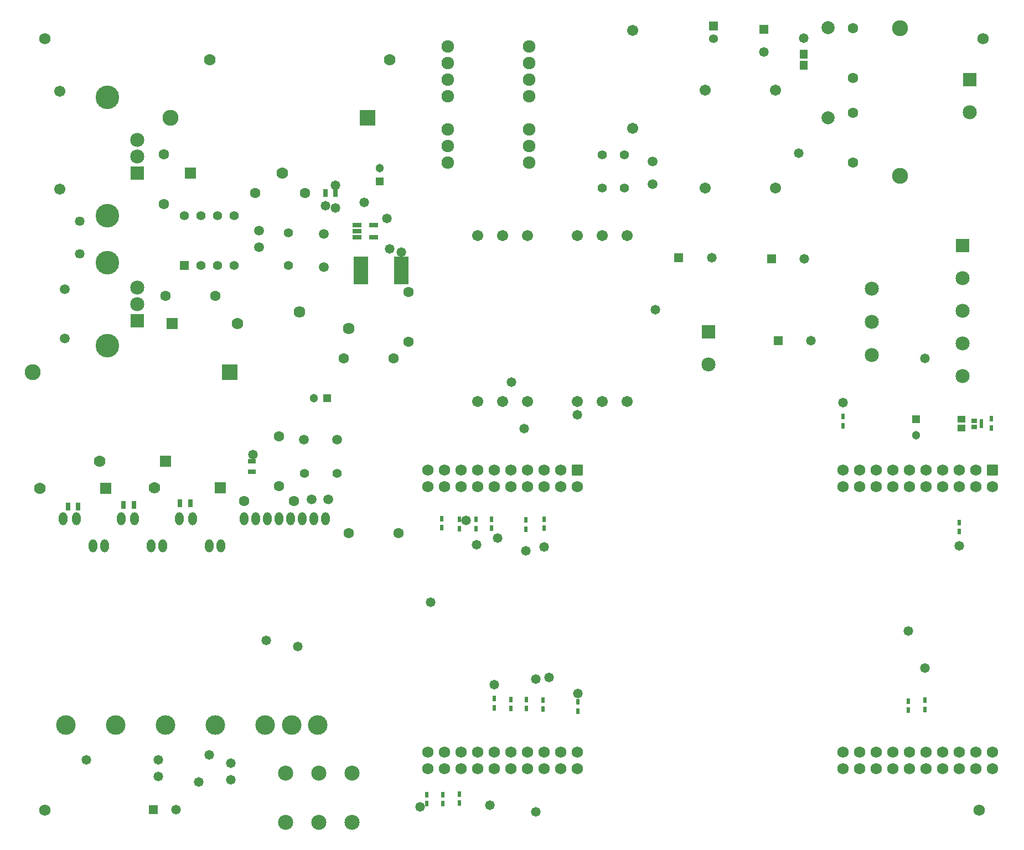
<source format=gts>
G04*
G04 #@! TF.GenerationSoftware,Altium Limited,Altium Designer,20.0.13 (296)*
G04*
G04 Layer_Color=8388736*
%FSLAX24Y24*%
%MOIN*%
G70*
G01*
G75*
%ADD25R,0.0293X0.0450*%
%ADD26R,0.0552X0.0316*%
%ADD27R,0.0513X0.0572*%
%ADD28R,0.0237X0.0367*%
%ADD29R,0.0450X0.0293*%
%ADD30R,0.0466X0.0387*%
%ADD31R,0.0245X0.0261*%
%ADD32R,0.0324X0.0316*%
%ADD33R,0.0907X0.1655*%
%ADD34C,0.0907*%
%ADD35C,0.0690*%
G04:AMPARAMS|DCode=36|XSize=69mil|YSize=69mil|CornerRadius=5.8mil|HoleSize=0mil|Usage=FLASHONLY|Rotation=180.000|XOffset=0mil|YOffset=0mil|HoleType=Round|Shape=RoundedRectangle|*
%AMROUNDEDRECTD36*
21,1,0.0690,0.0574,0,0,180.0*
21,1,0.0574,0.0690,0,0,180.0*
1,1,0.0117,-0.0287,0.0287*
1,1,0.0117,0.0287,0.0287*
1,1,0.0117,0.0287,-0.0287*
1,1,0.0117,-0.0287,-0.0287*
%
%ADD36ROUNDEDRECTD36*%
%ADD37C,0.0598*%
%ADD38C,0.0552*%
%ADD39C,0.1181*%
%ADD40O,0.0512X0.0787*%
%ADD41C,0.0848*%
%ADD42R,0.0848X0.0848*%
%ADD43C,0.0576*%
%ADD44C,0.0671*%
%ADD45C,0.0730*%
%ADD46C,0.1419*%
%ADD47C,0.0700*%
%ADD48C,0.0759*%
%ADD49C,0.0556*%
%ADD50C,0.0582*%
%ADD51R,0.0582X0.0582*%
%ADD52R,0.0582X0.0582*%
%ADD53C,0.0631*%
%ADD54C,0.0789*%
%ADD55C,0.0966*%
%ADD56C,0.0533*%
%ADD57R,0.0533X0.0533*%
%ADD58R,0.0700X0.0700*%
%ADD59R,0.0966X0.0966*%
%ADD60C,0.0513*%
%ADD61R,0.0513X0.0513*%
%ADD62C,0.0592*%
%ADD63R,0.0513X0.0513*%
%ADD64C,0.0706*%
%ADD65R,0.0552X0.0552*%
%ADD66C,0.0680*%
%ADD67C,0.0580*%
D25*
X19265Y38950D02*
D03*
X18635D02*
D03*
X3135Y20050D02*
D03*
X3765D02*
D03*
X6485Y20150D02*
D03*
X7115D02*
D03*
X9885Y20250D02*
D03*
X10515D02*
D03*
D26*
X21542Y37024D02*
D03*
Y36276D02*
D03*
X20558D02*
D03*
Y36650D02*
D03*
Y37024D02*
D03*
D27*
X47450Y46665D02*
D03*
Y47335D02*
D03*
D28*
X49800Y25476D02*
D03*
Y24924D02*
D03*
X58750Y25351D02*
D03*
Y24800D02*
D03*
X31800Y18749D02*
D03*
Y19300D02*
D03*
X30700Y18699D02*
D03*
Y19250D02*
D03*
X56800Y18550D02*
D03*
Y19101D02*
D03*
X28650Y18750D02*
D03*
Y19301D02*
D03*
X27700Y18724D02*
D03*
Y19276D02*
D03*
X26700Y18724D02*
D03*
Y19276D02*
D03*
X25650Y18774D02*
D03*
Y19326D02*
D03*
X26700Y2174D02*
D03*
Y2726D02*
D03*
X25700Y2149D02*
D03*
Y2700D02*
D03*
X24750D02*
D03*
Y2149D02*
D03*
X28800Y7924D02*
D03*
Y8476D02*
D03*
X29800Y7874D02*
D03*
Y8426D02*
D03*
X30750Y7874D02*
D03*
Y8426D02*
D03*
X31750Y7849D02*
D03*
Y8400D02*
D03*
X33850Y7724D02*
D03*
Y8276D02*
D03*
X54750Y7824D02*
D03*
Y8376D02*
D03*
X53750Y7774D02*
D03*
Y8326D02*
D03*
D29*
X14200Y22780D02*
D03*
Y22150D02*
D03*
D30*
X56950Y25326D02*
D03*
Y24774D02*
D03*
D31*
X58150Y24920D02*
D03*
Y25180D02*
D03*
D32*
X57700Y24869D02*
D03*
Y25231D02*
D03*
D33*
X23220Y34300D02*
D03*
X20780D02*
D03*
D34*
X20250Y4000D02*
D03*
Y1028D02*
D03*
X18250Y4000D02*
D03*
Y1028D02*
D03*
X16250Y4000D02*
D03*
Y1028D02*
D03*
D35*
X33800Y21250D02*
D03*
X30800D02*
D03*
X29800D02*
D03*
X32800D02*
D03*
X31800D02*
D03*
X32800Y22250D02*
D03*
X30800D02*
D03*
X29800D02*
D03*
X31800D02*
D03*
X28800Y21250D02*
D03*
X26800D02*
D03*
X25800D02*
D03*
X24800D02*
D03*
X26800Y22250D02*
D03*
X25800D02*
D03*
X28800D02*
D03*
X27800D02*
D03*
X24800D02*
D03*
X33800Y4250D02*
D03*
Y5250D02*
D03*
X32800Y4250D02*
D03*
X30800D02*
D03*
X31800D02*
D03*
X29800D02*
D03*
X27800D02*
D03*
X28800D02*
D03*
X25800D02*
D03*
X24800D02*
D03*
X31800Y5250D02*
D03*
X32800D02*
D03*
X30800D02*
D03*
X28800D02*
D03*
X29800D02*
D03*
X27800D02*
D03*
X26800Y4250D02*
D03*
X25800Y5250D02*
D03*
X26800D02*
D03*
X24800D02*
D03*
X49800Y21250D02*
D03*
X50800D02*
D03*
X51800D02*
D03*
X52800D02*
D03*
X53800D02*
D03*
X54800D02*
D03*
X55800D02*
D03*
X56800D02*
D03*
X57800D02*
D03*
X58800D02*
D03*
X49800Y22250D02*
D03*
X50800D02*
D03*
X51800D02*
D03*
X52800D02*
D03*
X53800D02*
D03*
X54800D02*
D03*
X55800D02*
D03*
X56800D02*
D03*
X57800D02*
D03*
X49800Y4250D02*
D03*
X50800D02*
D03*
X51800D02*
D03*
X52800D02*
D03*
X53800D02*
D03*
X54800D02*
D03*
X55800D02*
D03*
X56800D02*
D03*
X57800D02*
D03*
X58800D02*
D03*
X49800Y5250D02*
D03*
X50800D02*
D03*
X51800D02*
D03*
X52800D02*
D03*
X53800D02*
D03*
X54800D02*
D03*
X55800D02*
D03*
X56800D02*
D03*
X57800D02*
D03*
X58800D02*
D03*
X27800Y21250D02*
D03*
D36*
X33800Y22250D02*
D03*
X58800D02*
D03*
D37*
X19350Y24100D02*
D03*
X17350D02*
D03*
X17800Y20500D02*
D03*
X18800D02*
D03*
X38350Y39500D02*
D03*
Y40850D02*
D03*
X14650Y36700D02*
D03*
Y35700D02*
D03*
X18550Y34500D02*
D03*
Y36500D02*
D03*
D38*
X17382Y22050D02*
D03*
X19350D02*
D03*
X16400Y36569D02*
D03*
Y34600D02*
D03*
X11150D02*
D03*
X12150D02*
D03*
X13150D02*
D03*
Y37600D02*
D03*
X12150D02*
D03*
X11150D02*
D03*
X10150D02*
D03*
D39*
X3025Y6889D02*
D03*
X6025D02*
D03*
X9025D02*
D03*
X12025D02*
D03*
X15025D02*
D03*
X16600D02*
D03*
X18175D02*
D03*
D40*
X4650Y17700D02*
D03*
X5350D02*
D03*
X8150D02*
D03*
X8850D02*
D03*
X11650D02*
D03*
X12350D02*
D03*
X2846Y19314D02*
D03*
X3654D02*
D03*
X6346D02*
D03*
X7154D02*
D03*
X9846D02*
D03*
X10654D02*
D03*
X13750D02*
D03*
X14450D02*
D03*
X15150D02*
D03*
X15850D02*
D03*
X16550D02*
D03*
X17250D02*
D03*
X17950D02*
D03*
X18650D02*
D03*
D41*
X7311Y42150D02*
D03*
Y41150D02*
D03*
X7300Y33250D02*
D03*
Y32250D02*
D03*
X57450Y43832D02*
D03*
X41700Y28631D02*
D03*
X57000Y27913D02*
D03*
Y29881D02*
D03*
Y31850D02*
D03*
Y33819D02*
D03*
X51550Y33200D02*
D03*
Y31200D02*
D03*
Y29200D02*
D03*
D42*
X7311Y40150D02*
D03*
X7300Y31250D02*
D03*
X57450Y45800D02*
D03*
X41700Y30600D02*
D03*
X57000Y35787D02*
D03*
D43*
X3850Y37250D02*
D03*
Y35282D02*
D03*
D44*
X36800Y36400D02*
D03*
X35300D02*
D03*
X33800D02*
D03*
X30800D02*
D03*
X29300D02*
D03*
X27800D02*
D03*
Y26400D02*
D03*
X29300D02*
D03*
X30800D02*
D03*
X33800D02*
D03*
X35300D02*
D03*
X36800D02*
D03*
X37150Y42850D02*
D03*
Y48756D02*
D03*
X45750Y39244D02*
D03*
Y45150D02*
D03*
X2650Y45100D02*
D03*
Y39194D02*
D03*
X41500Y45156D02*
D03*
Y39250D02*
D03*
D45*
X7311Y31254D02*
D03*
Y33249D02*
D03*
X7300Y32250D02*
D03*
X7311Y40150D02*
D03*
Y42150D02*
D03*
Y41150D02*
D03*
D46*
X5500Y34752D02*
D03*
Y29752D02*
D03*
Y44713D02*
D03*
Y37587D02*
D03*
D47*
X22500Y47000D02*
D03*
X11673D02*
D03*
X13350Y31100D02*
D03*
X8350Y21200D02*
D03*
X5050Y22800D02*
D03*
X1450Y21150D02*
D03*
X16050Y40150D02*
D03*
D48*
X26000Y47800D02*
D03*
Y46800D02*
D03*
Y45800D02*
D03*
Y44800D02*
D03*
Y42800D02*
D03*
Y41800D02*
D03*
Y40800D02*
D03*
X30900Y47800D02*
D03*
Y46800D02*
D03*
Y45800D02*
D03*
Y44800D02*
D03*
Y42800D02*
D03*
Y41800D02*
D03*
Y40800D02*
D03*
D49*
X35300Y39250D02*
D03*
Y41250D02*
D03*
X36650Y39250D02*
D03*
Y41250D02*
D03*
D50*
X45050Y47450D02*
D03*
X47868Y30050D02*
D03*
X41900Y35050D02*
D03*
X47469Y35000D02*
D03*
X9650Y1800D02*
D03*
D51*
X45050Y48828D02*
D03*
D52*
X45900Y30050D02*
D03*
X39931Y35050D02*
D03*
X45500Y35000D02*
D03*
X8272Y1800D02*
D03*
D53*
X50400Y40800D02*
D03*
Y43800D02*
D03*
Y45900D02*
D03*
Y48900D02*
D03*
X23650Y33000D02*
D03*
Y30000D02*
D03*
X15850Y21300D02*
D03*
Y24300D02*
D03*
X13750Y20400D02*
D03*
X16750D02*
D03*
X20050Y18450D02*
D03*
X23050D02*
D03*
X22750Y29000D02*
D03*
X19750D02*
D03*
X9000Y32750D02*
D03*
X12000D02*
D03*
X17400Y38950D02*
D03*
X14400D02*
D03*
X8900Y41300D02*
D03*
Y38300D02*
D03*
D54*
X48900Y48912D02*
D03*
Y43488D02*
D03*
D55*
X53250Y40000D02*
D03*
Y48898D02*
D03*
X1000Y28150D02*
D03*
X9300Y43500D02*
D03*
D56*
X42000Y48250D02*
D03*
D57*
Y49037D02*
D03*
D58*
X9400Y31100D02*
D03*
X12300Y21200D02*
D03*
X9000Y22800D02*
D03*
X5400Y21150D02*
D03*
X10499Y40150D02*
D03*
D59*
X12890Y28150D02*
D03*
X21190Y43500D02*
D03*
D60*
X54200Y24350D02*
D03*
X21900Y40450D02*
D03*
X17963Y26600D02*
D03*
D61*
X54200Y25334D02*
D03*
X21900Y39663D02*
D03*
D62*
X2950Y33153D02*
D03*
Y30200D02*
D03*
D63*
X18750Y26600D02*
D03*
D64*
X20050Y30800D02*
D03*
X17097Y31784D02*
D03*
D65*
X10150Y34600D02*
D03*
D66*
X58000Y1750D02*
D03*
X58250Y48250D02*
D03*
X1750D02*
D03*
Y1750D02*
D03*
D67*
X31300Y9650D02*
D03*
X28800Y9330D02*
D03*
X11000Y3450D02*
D03*
X31300Y1650D02*
D03*
X29000Y18140D02*
D03*
X27130Y19220D02*
D03*
X27750Y17750D02*
D03*
X30600Y24750D02*
D03*
X47160Y41340D02*
D03*
X22500Y35600D02*
D03*
X18635Y38186D02*
D03*
X19265Y39425D02*
D03*
X31800Y17610D02*
D03*
X4240Y4800D02*
D03*
X38530Y31920D02*
D03*
X28540Y2060D02*
D03*
X24975Y14300D02*
D03*
X24340Y1940D02*
D03*
X14280Y23200D02*
D03*
X20990Y38400D02*
D03*
X8590Y3800D02*
D03*
X12940Y3600D02*
D03*
X16970Y11630D02*
D03*
X54750Y10330D02*
D03*
X53750Y12570D02*
D03*
X32120Y9770D02*
D03*
X33850Y8800D02*
D03*
X15080Y11990D02*
D03*
X54760Y29000D02*
D03*
X49800Y26330D02*
D03*
X11650Y5100D02*
D03*
X12940Y4600D02*
D03*
X22340Y37430D02*
D03*
X19265Y38060D02*
D03*
X23220Y35390D02*
D03*
X47450Y48290D02*
D03*
X33800Y25600D02*
D03*
X30700Y17390D02*
D03*
X56800Y17700D02*
D03*
X8590Y4800D02*
D03*
X29850Y27560D02*
D03*
M02*

</source>
